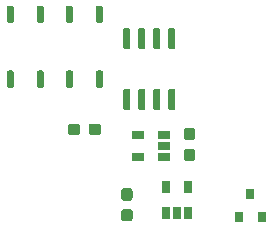
<source format=gbr>
G04 #@! TF.GenerationSoftware,KiCad,Pcbnew,(5.1.5-0)*
G04 #@! TF.CreationDate,2021-02-11T14:19:56-07:00*
G04 #@! TF.ProjectId,ideal-diode,69646561-6c2d-4646-996f-64652e6b6963,rev?*
G04 #@! TF.SameCoordinates,Original*
G04 #@! TF.FileFunction,Paste,Top*
G04 #@! TF.FilePolarity,Positive*
%FSLAX46Y46*%
G04 Gerber Fmt 4.6, Leading zero omitted, Abs format (unit mm)*
G04 Created by KiCad (PCBNEW (5.1.5-0)) date 2021-02-11 14:19:56*
%MOMM*%
%LPD*%
G04 APERTURE LIST*
%ADD10R,0.650000X1.060000*%
%ADD11R,0.800000X0.900000*%
%ADD12C,0.100000*%
%ADD13R,1.060000X0.650000*%
G04 APERTURE END LIST*
D10*
X133400000Y-96350000D03*
X135300000Y-96350000D03*
X135300000Y-98550000D03*
X134350000Y-98550000D03*
X133400000Y-98550000D03*
D11*
X140550000Y-96950000D03*
X141500000Y-98950000D03*
X139600000Y-98950000D03*
D12*
G36*
X130360779Y-96501144D02*
G01*
X130383834Y-96504563D01*
X130406443Y-96510227D01*
X130428387Y-96518079D01*
X130449457Y-96528044D01*
X130469448Y-96540026D01*
X130488168Y-96553910D01*
X130505438Y-96569562D01*
X130521090Y-96586832D01*
X130534974Y-96605552D01*
X130546956Y-96625543D01*
X130556921Y-96646613D01*
X130564773Y-96668557D01*
X130570437Y-96691166D01*
X130573856Y-96714221D01*
X130575000Y-96737500D01*
X130575000Y-97312500D01*
X130573856Y-97335779D01*
X130570437Y-97358834D01*
X130564773Y-97381443D01*
X130556921Y-97403387D01*
X130546956Y-97424457D01*
X130534974Y-97444448D01*
X130521090Y-97463168D01*
X130505438Y-97480438D01*
X130488168Y-97496090D01*
X130469448Y-97509974D01*
X130449457Y-97521956D01*
X130428387Y-97531921D01*
X130406443Y-97539773D01*
X130383834Y-97545437D01*
X130360779Y-97548856D01*
X130337500Y-97550000D01*
X129862500Y-97550000D01*
X129839221Y-97548856D01*
X129816166Y-97545437D01*
X129793557Y-97539773D01*
X129771613Y-97531921D01*
X129750543Y-97521956D01*
X129730552Y-97509974D01*
X129711832Y-97496090D01*
X129694562Y-97480438D01*
X129678910Y-97463168D01*
X129665026Y-97444448D01*
X129653044Y-97424457D01*
X129643079Y-97403387D01*
X129635227Y-97381443D01*
X129629563Y-97358834D01*
X129626144Y-97335779D01*
X129625000Y-97312500D01*
X129625000Y-96737500D01*
X129626144Y-96714221D01*
X129629563Y-96691166D01*
X129635227Y-96668557D01*
X129643079Y-96646613D01*
X129653044Y-96625543D01*
X129665026Y-96605552D01*
X129678910Y-96586832D01*
X129694562Y-96569562D01*
X129711832Y-96553910D01*
X129730552Y-96540026D01*
X129750543Y-96528044D01*
X129771613Y-96518079D01*
X129793557Y-96510227D01*
X129816166Y-96504563D01*
X129839221Y-96501144D01*
X129862500Y-96500000D01*
X130337500Y-96500000D01*
X130360779Y-96501144D01*
G37*
G36*
X130360779Y-98251144D02*
G01*
X130383834Y-98254563D01*
X130406443Y-98260227D01*
X130428387Y-98268079D01*
X130449457Y-98278044D01*
X130469448Y-98290026D01*
X130488168Y-98303910D01*
X130505438Y-98319562D01*
X130521090Y-98336832D01*
X130534974Y-98355552D01*
X130546956Y-98375543D01*
X130556921Y-98396613D01*
X130564773Y-98418557D01*
X130570437Y-98441166D01*
X130573856Y-98464221D01*
X130575000Y-98487500D01*
X130575000Y-99062500D01*
X130573856Y-99085779D01*
X130570437Y-99108834D01*
X130564773Y-99131443D01*
X130556921Y-99153387D01*
X130546956Y-99174457D01*
X130534974Y-99194448D01*
X130521090Y-99213168D01*
X130505438Y-99230438D01*
X130488168Y-99246090D01*
X130469448Y-99259974D01*
X130449457Y-99271956D01*
X130428387Y-99281921D01*
X130406443Y-99289773D01*
X130383834Y-99295437D01*
X130360779Y-99298856D01*
X130337500Y-99300000D01*
X129862500Y-99300000D01*
X129839221Y-99298856D01*
X129816166Y-99295437D01*
X129793557Y-99289773D01*
X129771613Y-99281921D01*
X129750543Y-99271956D01*
X129730552Y-99259974D01*
X129711832Y-99246090D01*
X129694562Y-99230438D01*
X129678910Y-99213168D01*
X129665026Y-99194448D01*
X129653044Y-99174457D01*
X129643079Y-99153387D01*
X129635227Y-99131443D01*
X129629563Y-99108834D01*
X129626144Y-99085779D01*
X129625000Y-99062500D01*
X129625000Y-98487500D01*
X129626144Y-98464221D01*
X129629563Y-98441166D01*
X129635227Y-98418557D01*
X129643079Y-98396613D01*
X129653044Y-98375543D01*
X129665026Y-98355552D01*
X129678910Y-98336832D01*
X129694562Y-98319562D01*
X129711832Y-98303910D01*
X129730552Y-98290026D01*
X129750543Y-98278044D01*
X129771613Y-98268079D01*
X129793557Y-98260227D01*
X129816166Y-98254563D01*
X129839221Y-98251144D01*
X129862500Y-98250000D01*
X130337500Y-98250000D01*
X130360779Y-98251144D01*
G37*
G36*
X127920977Y-86525662D02*
G01*
X127934325Y-86527642D01*
X127947414Y-86530921D01*
X127960119Y-86535467D01*
X127972317Y-86541236D01*
X127983891Y-86548173D01*
X127994729Y-86556211D01*
X128004727Y-86565273D01*
X128013789Y-86575271D01*
X128021827Y-86586109D01*
X128028764Y-86597683D01*
X128034533Y-86609881D01*
X128039079Y-86622586D01*
X128042358Y-86635675D01*
X128044338Y-86649023D01*
X128045000Y-86662500D01*
X128045000Y-87837500D01*
X128044338Y-87850977D01*
X128042358Y-87864325D01*
X128039079Y-87877414D01*
X128034533Y-87890119D01*
X128028764Y-87902317D01*
X128021827Y-87913891D01*
X128013789Y-87924729D01*
X128004727Y-87934727D01*
X127994729Y-87943789D01*
X127983891Y-87951827D01*
X127972317Y-87958764D01*
X127960119Y-87964533D01*
X127947414Y-87969079D01*
X127934325Y-87972358D01*
X127920977Y-87974338D01*
X127907500Y-87975000D01*
X127632500Y-87975000D01*
X127619023Y-87974338D01*
X127605675Y-87972358D01*
X127592586Y-87969079D01*
X127579881Y-87964533D01*
X127567683Y-87958764D01*
X127556109Y-87951827D01*
X127545271Y-87943789D01*
X127535273Y-87934727D01*
X127526211Y-87924729D01*
X127518173Y-87913891D01*
X127511236Y-87902317D01*
X127505467Y-87890119D01*
X127500921Y-87877414D01*
X127497642Y-87864325D01*
X127495662Y-87850977D01*
X127495000Y-87837500D01*
X127495000Y-86662500D01*
X127495662Y-86649023D01*
X127497642Y-86635675D01*
X127500921Y-86622586D01*
X127505467Y-86609881D01*
X127511236Y-86597683D01*
X127518173Y-86586109D01*
X127526211Y-86575271D01*
X127535273Y-86565273D01*
X127545271Y-86556211D01*
X127556109Y-86548173D01*
X127567683Y-86541236D01*
X127579881Y-86535467D01*
X127592586Y-86530921D01*
X127605675Y-86527642D01*
X127619023Y-86525662D01*
X127632500Y-86525000D01*
X127907500Y-86525000D01*
X127920977Y-86525662D01*
G37*
G36*
X125380977Y-86525662D02*
G01*
X125394325Y-86527642D01*
X125407414Y-86530921D01*
X125420119Y-86535467D01*
X125432317Y-86541236D01*
X125443891Y-86548173D01*
X125454729Y-86556211D01*
X125464727Y-86565273D01*
X125473789Y-86575271D01*
X125481827Y-86586109D01*
X125488764Y-86597683D01*
X125494533Y-86609881D01*
X125499079Y-86622586D01*
X125502358Y-86635675D01*
X125504338Y-86649023D01*
X125505000Y-86662500D01*
X125505000Y-87837500D01*
X125504338Y-87850977D01*
X125502358Y-87864325D01*
X125499079Y-87877414D01*
X125494533Y-87890119D01*
X125488764Y-87902317D01*
X125481827Y-87913891D01*
X125473789Y-87924729D01*
X125464727Y-87934727D01*
X125454729Y-87943789D01*
X125443891Y-87951827D01*
X125432317Y-87958764D01*
X125420119Y-87964533D01*
X125407414Y-87969079D01*
X125394325Y-87972358D01*
X125380977Y-87974338D01*
X125367500Y-87975000D01*
X125092500Y-87975000D01*
X125079023Y-87974338D01*
X125065675Y-87972358D01*
X125052586Y-87969079D01*
X125039881Y-87964533D01*
X125027683Y-87958764D01*
X125016109Y-87951827D01*
X125005271Y-87943789D01*
X124995273Y-87934727D01*
X124986211Y-87924729D01*
X124978173Y-87913891D01*
X124971236Y-87902317D01*
X124965467Y-87890119D01*
X124960921Y-87877414D01*
X124957642Y-87864325D01*
X124955662Y-87850977D01*
X124955000Y-87837500D01*
X124955000Y-86662500D01*
X124955662Y-86649023D01*
X124957642Y-86635675D01*
X124960921Y-86622586D01*
X124965467Y-86609881D01*
X124971236Y-86597683D01*
X124978173Y-86586109D01*
X124986211Y-86575271D01*
X124995273Y-86565273D01*
X125005271Y-86556211D01*
X125016109Y-86548173D01*
X125027683Y-86541236D01*
X125039881Y-86535467D01*
X125052586Y-86530921D01*
X125065675Y-86527642D01*
X125079023Y-86525662D01*
X125092500Y-86525000D01*
X125367500Y-86525000D01*
X125380977Y-86525662D01*
G37*
G36*
X125380977Y-81025662D02*
G01*
X125394325Y-81027642D01*
X125407414Y-81030921D01*
X125420119Y-81035467D01*
X125432317Y-81041236D01*
X125443891Y-81048173D01*
X125454729Y-81056211D01*
X125464727Y-81065273D01*
X125473789Y-81075271D01*
X125481827Y-81086109D01*
X125488764Y-81097683D01*
X125494533Y-81109881D01*
X125499079Y-81122586D01*
X125502358Y-81135675D01*
X125504338Y-81149023D01*
X125505000Y-81162500D01*
X125505000Y-82337500D01*
X125504338Y-82350977D01*
X125502358Y-82364325D01*
X125499079Y-82377414D01*
X125494533Y-82390119D01*
X125488764Y-82402317D01*
X125481827Y-82413891D01*
X125473789Y-82424729D01*
X125464727Y-82434727D01*
X125454729Y-82443789D01*
X125443891Y-82451827D01*
X125432317Y-82458764D01*
X125420119Y-82464533D01*
X125407414Y-82469079D01*
X125394325Y-82472358D01*
X125380977Y-82474338D01*
X125367500Y-82475000D01*
X125092500Y-82475000D01*
X125079023Y-82474338D01*
X125065675Y-82472358D01*
X125052586Y-82469079D01*
X125039881Y-82464533D01*
X125027683Y-82458764D01*
X125016109Y-82451827D01*
X125005271Y-82443789D01*
X124995273Y-82434727D01*
X124986211Y-82424729D01*
X124978173Y-82413891D01*
X124971236Y-82402317D01*
X124965467Y-82390119D01*
X124960921Y-82377414D01*
X124957642Y-82364325D01*
X124955662Y-82350977D01*
X124955000Y-82337500D01*
X124955000Y-81162500D01*
X124955662Y-81149023D01*
X124957642Y-81135675D01*
X124960921Y-81122586D01*
X124965467Y-81109881D01*
X124971236Y-81097683D01*
X124978173Y-81086109D01*
X124986211Y-81075271D01*
X124995273Y-81065273D01*
X125005271Y-81056211D01*
X125016109Y-81048173D01*
X125027683Y-81041236D01*
X125039881Y-81035467D01*
X125052586Y-81030921D01*
X125065675Y-81027642D01*
X125079023Y-81025662D01*
X125092500Y-81025000D01*
X125367500Y-81025000D01*
X125380977Y-81025662D01*
G37*
G36*
X127920977Y-81025662D02*
G01*
X127934325Y-81027642D01*
X127947414Y-81030921D01*
X127960119Y-81035467D01*
X127972317Y-81041236D01*
X127983891Y-81048173D01*
X127994729Y-81056211D01*
X128004727Y-81065273D01*
X128013789Y-81075271D01*
X128021827Y-81086109D01*
X128028764Y-81097683D01*
X128034533Y-81109881D01*
X128039079Y-81122586D01*
X128042358Y-81135675D01*
X128044338Y-81149023D01*
X128045000Y-81162500D01*
X128045000Y-82337500D01*
X128044338Y-82350977D01*
X128042358Y-82364325D01*
X128039079Y-82377414D01*
X128034533Y-82390119D01*
X128028764Y-82402317D01*
X128021827Y-82413891D01*
X128013789Y-82424729D01*
X128004727Y-82434727D01*
X127994729Y-82443789D01*
X127983891Y-82451827D01*
X127972317Y-82458764D01*
X127960119Y-82464533D01*
X127947414Y-82469079D01*
X127934325Y-82472358D01*
X127920977Y-82474338D01*
X127907500Y-82475000D01*
X127632500Y-82475000D01*
X127619023Y-82474338D01*
X127605675Y-82472358D01*
X127592586Y-82469079D01*
X127579881Y-82464533D01*
X127567683Y-82458764D01*
X127556109Y-82451827D01*
X127545271Y-82443789D01*
X127535273Y-82434727D01*
X127526211Y-82424729D01*
X127518173Y-82413891D01*
X127511236Y-82402317D01*
X127505467Y-82390119D01*
X127500921Y-82377414D01*
X127497642Y-82364325D01*
X127495662Y-82350977D01*
X127495000Y-82337500D01*
X127495000Y-81162500D01*
X127495662Y-81149023D01*
X127497642Y-81135675D01*
X127500921Y-81122586D01*
X127505467Y-81109881D01*
X127511236Y-81097683D01*
X127518173Y-81086109D01*
X127526211Y-81075271D01*
X127535273Y-81065273D01*
X127545271Y-81056211D01*
X127556109Y-81048173D01*
X127567683Y-81041236D01*
X127579881Y-81035467D01*
X127592586Y-81030921D01*
X127605675Y-81027642D01*
X127619023Y-81025662D01*
X127632500Y-81025000D01*
X127907500Y-81025000D01*
X127920977Y-81025662D01*
G37*
G36*
X122920977Y-86525662D02*
G01*
X122934325Y-86527642D01*
X122947414Y-86530921D01*
X122960119Y-86535467D01*
X122972317Y-86541236D01*
X122983891Y-86548173D01*
X122994729Y-86556211D01*
X123004727Y-86565273D01*
X123013789Y-86575271D01*
X123021827Y-86586109D01*
X123028764Y-86597683D01*
X123034533Y-86609881D01*
X123039079Y-86622586D01*
X123042358Y-86635675D01*
X123044338Y-86649023D01*
X123045000Y-86662500D01*
X123045000Y-87837500D01*
X123044338Y-87850977D01*
X123042358Y-87864325D01*
X123039079Y-87877414D01*
X123034533Y-87890119D01*
X123028764Y-87902317D01*
X123021827Y-87913891D01*
X123013789Y-87924729D01*
X123004727Y-87934727D01*
X122994729Y-87943789D01*
X122983891Y-87951827D01*
X122972317Y-87958764D01*
X122960119Y-87964533D01*
X122947414Y-87969079D01*
X122934325Y-87972358D01*
X122920977Y-87974338D01*
X122907500Y-87975000D01*
X122632500Y-87975000D01*
X122619023Y-87974338D01*
X122605675Y-87972358D01*
X122592586Y-87969079D01*
X122579881Y-87964533D01*
X122567683Y-87958764D01*
X122556109Y-87951827D01*
X122545271Y-87943789D01*
X122535273Y-87934727D01*
X122526211Y-87924729D01*
X122518173Y-87913891D01*
X122511236Y-87902317D01*
X122505467Y-87890119D01*
X122500921Y-87877414D01*
X122497642Y-87864325D01*
X122495662Y-87850977D01*
X122495000Y-87837500D01*
X122495000Y-86662500D01*
X122495662Y-86649023D01*
X122497642Y-86635675D01*
X122500921Y-86622586D01*
X122505467Y-86609881D01*
X122511236Y-86597683D01*
X122518173Y-86586109D01*
X122526211Y-86575271D01*
X122535273Y-86565273D01*
X122545271Y-86556211D01*
X122556109Y-86548173D01*
X122567683Y-86541236D01*
X122579881Y-86535467D01*
X122592586Y-86530921D01*
X122605675Y-86527642D01*
X122619023Y-86525662D01*
X122632500Y-86525000D01*
X122907500Y-86525000D01*
X122920977Y-86525662D01*
G37*
G36*
X120380977Y-86525662D02*
G01*
X120394325Y-86527642D01*
X120407414Y-86530921D01*
X120420119Y-86535467D01*
X120432317Y-86541236D01*
X120443891Y-86548173D01*
X120454729Y-86556211D01*
X120464727Y-86565273D01*
X120473789Y-86575271D01*
X120481827Y-86586109D01*
X120488764Y-86597683D01*
X120494533Y-86609881D01*
X120499079Y-86622586D01*
X120502358Y-86635675D01*
X120504338Y-86649023D01*
X120505000Y-86662500D01*
X120505000Y-87837500D01*
X120504338Y-87850977D01*
X120502358Y-87864325D01*
X120499079Y-87877414D01*
X120494533Y-87890119D01*
X120488764Y-87902317D01*
X120481827Y-87913891D01*
X120473789Y-87924729D01*
X120464727Y-87934727D01*
X120454729Y-87943789D01*
X120443891Y-87951827D01*
X120432317Y-87958764D01*
X120420119Y-87964533D01*
X120407414Y-87969079D01*
X120394325Y-87972358D01*
X120380977Y-87974338D01*
X120367500Y-87975000D01*
X120092500Y-87975000D01*
X120079023Y-87974338D01*
X120065675Y-87972358D01*
X120052586Y-87969079D01*
X120039881Y-87964533D01*
X120027683Y-87958764D01*
X120016109Y-87951827D01*
X120005271Y-87943789D01*
X119995273Y-87934727D01*
X119986211Y-87924729D01*
X119978173Y-87913891D01*
X119971236Y-87902317D01*
X119965467Y-87890119D01*
X119960921Y-87877414D01*
X119957642Y-87864325D01*
X119955662Y-87850977D01*
X119955000Y-87837500D01*
X119955000Y-86662500D01*
X119955662Y-86649023D01*
X119957642Y-86635675D01*
X119960921Y-86622586D01*
X119965467Y-86609881D01*
X119971236Y-86597683D01*
X119978173Y-86586109D01*
X119986211Y-86575271D01*
X119995273Y-86565273D01*
X120005271Y-86556211D01*
X120016109Y-86548173D01*
X120027683Y-86541236D01*
X120039881Y-86535467D01*
X120052586Y-86530921D01*
X120065675Y-86527642D01*
X120079023Y-86525662D01*
X120092500Y-86525000D01*
X120367500Y-86525000D01*
X120380977Y-86525662D01*
G37*
G36*
X120380977Y-81025662D02*
G01*
X120394325Y-81027642D01*
X120407414Y-81030921D01*
X120420119Y-81035467D01*
X120432317Y-81041236D01*
X120443891Y-81048173D01*
X120454729Y-81056211D01*
X120464727Y-81065273D01*
X120473789Y-81075271D01*
X120481827Y-81086109D01*
X120488764Y-81097683D01*
X120494533Y-81109881D01*
X120499079Y-81122586D01*
X120502358Y-81135675D01*
X120504338Y-81149023D01*
X120505000Y-81162500D01*
X120505000Y-82337500D01*
X120504338Y-82350977D01*
X120502358Y-82364325D01*
X120499079Y-82377414D01*
X120494533Y-82390119D01*
X120488764Y-82402317D01*
X120481827Y-82413891D01*
X120473789Y-82424729D01*
X120464727Y-82434727D01*
X120454729Y-82443789D01*
X120443891Y-82451827D01*
X120432317Y-82458764D01*
X120420119Y-82464533D01*
X120407414Y-82469079D01*
X120394325Y-82472358D01*
X120380977Y-82474338D01*
X120367500Y-82475000D01*
X120092500Y-82475000D01*
X120079023Y-82474338D01*
X120065675Y-82472358D01*
X120052586Y-82469079D01*
X120039881Y-82464533D01*
X120027683Y-82458764D01*
X120016109Y-82451827D01*
X120005271Y-82443789D01*
X119995273Y-82434727D01*
X119986211Y-82424729D01*
X119978173Y-82413891D01*
X119971236Y-82402317D01*
X119965467Y-82390119D01*
X119960921Y-82377414D01*
X119957642Y-82364325D01*
X119955662Y-82350977D01*
X119955000Y-82337500D01*
X119955000Y-81162500D01*
X119955662Y-81149023D01*
X119957642Y-81135675D01*
X119960921Y-81122586D01*
X119965467Y-81109881D01*
X119971236Y-81097683D01*
X119978173Y-81086109D01*
X119986211Y-81075271D01*
X119995273Y-81065273D01*
X120005271Y-81056211D01*
X120016109Y-81048173D01*
X120027683Y-81041236D01*
X120039881Y-81035467D01*
X120052586Y-81030921D01*
X120065675Y-81027642D01*
X120079023Y-81025662D01*
X120092500Y-81025000D01*
X120367500Y-81025000D01*
X120380977Y-81025662D01*
G37*
G36*
X122920977Y-81025662D02*
G01*
X122934325Y-81027642D01*
X122947414Y-81030921D01*
X122960119Y-81035467D01*
X122972317Y-81041236D01*
X122983891Y-81048173D01*
X122994729Y-81056211D01*
X123004727Y-81065273D01*
X123013789Y-81075271D01*
X123021827Y-81086109D01*
X123028764Y-81097683D01*
X123034533Y-81109881D01*
X123039079Y-81122586D01*
X123042358Y-81135675D01*
X123044338Y-81149023D01*
X123045000Y-81162500D01*
X123045000Y-82337500D01*
X123044338Y-82350977D01*
X123042358Y-82364325D01*
X123039079Y-82377414D01*
X123034533Y-82390119D01*
X123028764Y-82402317D01*
X123021827Y-82413891D01*
X123013789Y-82424729D01*
X123004727Y-82434727D01*
X122994729Y-82443789D01*
X122983891Y-82451827D01*
X122972317Y-82458764D01*
X122960119Y-82464533D01*
X122947414Y-82469079D01*
X122934325Y-82472358D01*
X122920977Y-82474338D01*
X122907500Y-82475000D01*
X122632500Y-82475000D01*
X122619023Y-82474338D01*
X122605675Y-82472358D01*
X122592586Y-82469079D01*
X122579881Y-82464533D01*
X122567683Y-82458764D01*
X122556109Y-82451827D01*
X122545271Y-82443789D01*
X122535273Y-82434727D01*
X122526211Y-82424729D01*
X122518173Y-82413891D01*
X122511236Y-82402317D01*
X122505467Y-82390119D01*
X122500921Y-82377414D01*
X122497642Y-82364325D01*
X122495662Y-82350977D01*
X122495000Y-82337500D01*
X122495000Y-81162500D01*
X122495662Y-81149023D01*
X122497642Y-81135675D01*
X122500921Y-81122586D01*
X122505467Y-81109881D01*
X122511236Y-81097683D01*
X122518173Y-81086109D01*
X122526211Y-81075271D01*
X122535273Y-81065273D01*
X122545271Y-81056211D01*
X122556109Y-81048173D01*
X122567683Y-81041236D01*
X122579881Y-81035467D01*
X122592586Y-81030921D01*
X122605675Y-81027642D01*
X122619023Y-81025662D01*
X122632500Y-81025000D01*
X122907500Y-81025000D01*
X122920977Y-81025662D01*
G37*
G36*
X125935779Y-91026144D02*
G01*
X125958834Y-91029563D01*
X125981443Y-91035227D01*
X126003387Y-91043079D01*
X126024457Y-91053044D01*
X126044448Y-91065026D01*
X126063168Y-91078910D01*
X126080438Y-91094562D01*
X126096090Y-91111832D01*
X126109974Y-91130552D01*
X126121956Y-91150543D01*
X126131921Y-91171613D01*
X126139773Y-91193557D01*
X126145437Y-91216166D01*
X126148856Y-91239221D01*
X126150000Y-91262500D01*
X126150000Y-91737500D01*
X126148856Y-91760779D01*
X126145437Y-91783834D01*
X126139773Y-91806443D01*
X126131921Y-91828387D01*
X126121956Y-91849457D01*
X126109974Y-91869448D01*
X126096090Y-91888168D01*
X126080438Y-91905438D01*
X126063168Y-91921090D01*
X126044448Y-91934974D01*
X126024457Y-91946956D01*
X126003387Y-91956921D01*
X125981443Y-91964773D01*
X125958834Y-91970437D01*
X125935779Y-91973856D01*
X125912500Y-91975000D01*
X125337500Y-91975000D01*
X125314221Y-91973856D01*
X125291166Y-91970437D01*
X125268557Y-91964773D01*
X125246613Y-91956921D01*
X125225543Y-91946956D01*
X125205552Y-91934974D01*
X125186832Y-91921090D01*
X125169562Y-91905438D01*
X125153910Y-91888168D01*
X125140026Y-91869448D01*
X125128044Y-91849457D01*
X125118079Y-91828387D01*
X125110227Y-91806443D01*
X125104563Y-91783834D01*
X125101144Y-91760779D01*
X125100000Y-91737500D01*
X125100000Y-91262500D01*
X125101144Y-91239221D01*
X125104563Y-91216166D01*
X125110227Y-91193557D01*
X125118079Y-91171613D01*
X125128044Y-91150543D01*
X125140026Y-91130552D01*
X125153910Y-91111832D01*
X125169562Y-91094562D01*
X125186832Y-91078910D01*
X125205552Y-91065026D01*
X125225543Y-91053044D01*
X125246613Y-91043079D01*
X125268557Y-91035227D01*
X125291166Y-91029563D01*
X125314221Y-91026144D01*
X125337500Y-91025000D01*
X125912500Y-91025000D01*
X125935779Y-91026144D01*
G37*
G36*
X127685779Y-91026144D02*
G01*
X127708834Y-91029563D01*
X127731443Y-91035227D01*
X127753387Y-91043079D01*
X127774457Y-91053044D01*
X127794448Y-91065026D01*
X127813168Y-91078910D01*
X127830438Y-91094562D01*
X127846090Y-91111832D01*
X127859974Y-91130552D01*
X127871956Y-91150543D01*
X127881921Y-91171613D01*
X127889773Y-91193557D01*
X127895437Y-91216166D01*
X127898856Y-91239221D01*
X127900000Y-91262500D01*
X127900000Y-91737500D01*
X127898856Y-91760779D01*
X127895437Y-91783834D01*
X127889773Y-91806443D01*
X127881921Y-91828387D01*
X127871956Y-91849457D01*
X127859974Y-91869448D01*
X127846090Y-91888168D01*
X127830438Y-91905438D01*
X127813168Y-91921090D01*
X127794448Y-91934974D01*
X127774457Y-91946956D01*
X127753387Y-91956921D01*
X127731443Y-91964773D01*
X127708834Y-91970437D01*
X127685779Y-91973856D01*
X127662500Y-91975000D01*
X127087500Y-91975000D01*
X127064221Y-91973856D01*
X127041166Y-91970437D01*
X127018557Y-91964773D01*
X126996613Y-91956921D01*
X126975543Y-91946956D01*
X126955552Y-91934974D01*
X126936832Y-91921090D01*
X126919562Y-91905438D01*
X126903910Y-91888168D01*
X126890026Y-91869448D01*
X126878044Y-91849457D01*
X126868079Y-91828387D01*
X126860227Y-91806443D01*
X126854563Y-91783834D01*
X126851144Y-91760779D01*
X126850000Y-91737500D01*
X126850000Y-91262500D01*
X126851144Y-91239221D01*
X126854563Y-91216166D01*
X126860227Y-91193557D01*
X126868079Y-91171613D01*
X126878044Y-91150543D01*
X126890026Y-91130552D01*
X126903910Y-91111832D01*
X126919562Y-91094562D01*
X126936832Y-91078910D01*
X126955552Y-91065026D01*
X126975543Y-91053044D01*
X126996613Y-91043079D01*
X127018557Y-91035227D01*
X127041166Y-91029563D01*
X127064221Y-91026144D01*
X127087500Y-91025000D01*
X127662500Y-91025000D01*
X127685779Y-91026144D01*
G37*
G36*
X135660779Y-91401144D02*
G01*
X135683834Y-91404563D01*
X135706443Y-91410227D01*
X135728387Y-91418079D01*
X135749457Y-91428044D01*
X135769448Y-91440026D01*
X135788168Y-91453910D01*
X135805438Y-91469562D01*
X135821090Y-91486832D01*
X135834974Y-91505552D01*
X135846956Y-91525543D01*
X135856921Y-91546613D01*
X135864773Y-91568557D01*
X135870437Y-91591166D01*
X135873856Y-91614221D01*
X135875000Y-91637500D01*
X135875000Y-92212500D01*
X135873856Y-92235779D01*
X135870437Y-92258834D01*
X135864773Y-92281443D01*
X135856921Y-92303387D01*
X135846956Y-92324457D01*
X135834974Y-92344448D01*
X135821090Y-92363168D01*
X135805438Y-92380438D01*
X135788168Y-92396090D01*
X135769448Y-92409974D01*
X135749457Y-92421956D01*
X135728387Y-92431921D01*
X135706443Y-92439773D01*
X135683834Y-92445437D01*
X135660779Y-92448856D01*
X135637500Y-92450000D01*
X135162500Y-92450000D01*
X135139221Y-92448856D01*
X135116166Y-92445437D01*
X135093557Y-92439773D01*
X135071613Y-92431921D01*
X135050543Y-92421956D01*
X135030552Y-92409974D01*
X135011832Y-92396090D01*
X134994562Y-92380438D01*
X134978910Y-92363168D01*
X134965026Y-92344448D01*
X134953044Y-92324457D01*
X134943079Y-92303387D01*
X134935227Y-92281443D01*
X134929563Y-92258834D01*
X134926144Y-92235779D01*
X134925000Y-92212500D01*
X134925000Y-91637500D01*
X134926144Y-91614221D01*
X134929563Y-91591166D01*
X134935227Y-91568557D01*
X134943079Y-91546613D01*
X134953044Y-91525543D01*
X134965026Y-91505552D01*
X134978910Y-91486832D01*
X134994562Y-91469562D01*
X135011832Y-91453910D01*
X135030552Y-91440026D01*
X135050543Y-91428044D01*
X135071613Y-91418079D01*
X135093557Y-91410227D01*
X135116166Y-91404563D01*
X135139221Y-91401144D01*
X135162500Y-91400000D01*
X135637500Y-91400000D01*
X135660779Y-91401144D01*
G37*
G36*
X135660779Y-93151144D02*
G01*
X135683834Y-93154563D01*
X135706443Y-93160227D01*
X135728387Y-93168079D01*
X135749457Y-93178044D01*
X135769448Y-93190026D01*
X135788168Y-93203910D01*
X135805438Y-93219562D01*
X135821090Y-93236832D01*
X135834974Y-93255552D01*
X135846956Y-93275543D01*
X135856921Y-93296613D01*
X135864773Y-93318557D01*
X135870437Y-93341166D01*
X135873856Y-93364221D01*
X135875000Y-93387500D01*
X135875000Y-93962500D01*
X135873856Y-93985779D01*
X135870437Y-94008834D01*
X135864773Y-94031443D01*
X135856921Y-94053387D01*
X135846956Y-94074457D01*
X135834974Y-94094448D01*
X135821090Y-94113168D01*
X135805438Y-94130438D01*
X135788168Y-94146090D01*
X135769448Y-94159974D01*
X135749457Y-94171956D01*
X135728387Y-94181921D01*
X135706443Y-94189773D01*
X135683834Y-94195437D01*
X135660779Y-94198856D01*
X135637500Y-94200000D01*
X135162500Y-94200000D01*
X135139221Y-94198856D01*
X135116166Y-94195437D01*
X135093557Y-94189773D01*
X135071613Y-94181921D01*
X135050543Y-94171956D01*
X135030552Y-94159974D01*
X135011832Y-94146090D01*
X134994562Y-94130438D01*
X134978910Y-94113168D01*
X134965026Y-94094448D01*
X134953044Y-94074457D01*
X134943079Y-94053387D01*
X134935227Y-94031443D01*
X134929563Y-94008834D01*
X134926144Y-93985779D01*
X134925000Y-93962500D01*
X134925000Y-93387500D01*
X134926144Y-93364221D01*
X134929563Y-93341166D01*
X134935227Y-93318557D01*
X134943079Y-93296613D01*
X134953044Y-93275543D01*
X134965026Y-93255552D01*
X134978910Y-93236832D01*
X134994562Y-93219562D01*
X135011832Y-93203910D01*
X135030552Y-93190026D01*
X135050543Y-93178044D01*
X135071613Y-93168079D01*
X135093557Y-93160227D01*
X135116166Y-93154563D01*
X135139221Y-93151144D01*
X135162500Y-93150000D01*
X135637500Y-93150000D01*
X135660779Y-93151144D01*
G37*
D13*
X131000000Y-93850000D03*
X131000000Y-91950000D03*
X133200000Y-91950000D03*
X133200000Y-92900000D03*
X133200000Y-93850000D03*
D12*
G36*
X130259703Y-82950722D02*
G01*
X130274264Y-82952882D01*
X130288543Y-82956459D01*
X130302403Y-82961418D01*
X130315710Y-82967712D01*
X130328336Y-82975280D01*
X130340159Y-82984048D01*
X130351066Y-82993934D01*
X130360952Y-83004841D01*
X130369720Y-83016664D01*
X130377288Y-83029290D01*
X130383582Y-83042597D01*
X130388541Y-83056457D01*
X130392118Y-83070736D01*
X130394278Y-83085297D01*
X130395000Y-83100000D01*
X130395000Y-84550000D01*
X130394278Y-84564703D01*
X130392118Y-84579264D01*
X130388541Y-84593543D01*
X130383582Y-84607403D01*
X130377288Y-84620710D01*
X130369720Y-84633336D01*
X130360952Y-84645159D01*
X130351066Y-84656066D01*
X130340159Y-84665952D01*
X130328336Y-84674720D01*
X130315710Y-84682288D01*
X130302403Y-84688582D01*
X130288543Y-84693541D01*
X130274264Y-84697118D01*
X130259703Y-84699278D01*
X130245000Y-84700000D01*
X129945000Y-84700000D01*
X129930297Y-84699278D01*
X129915736Y-84697118D01*
X129901457Y-84693541D01*
X129887597Y-84688582D01*
X129874290Y-84682288D01*
X129861664Y-84674720D01*
X129849841Y-84665952D01*
X129838934Y-84656066D01*
X129829048Y-84645159D01*
X129820280Y-84633336D01*
X129812712Y-84620710D01*
X129806418Y-84607403D01*
X129801459Y-84593543D01*
X129797882Y-84579264D01*
X129795722Y-84564703D01*
X129795000Y-84550000D01*
X129795000Y-83100000D01*
X129795722Y-83085297D01*
X129797882Y-83070736D01*
X129801459Y-83056457D01*
X129806418Y-83042597D01*
X129812712Y-83029290D01*
X129820280Y-83016664D01*
X129829048Y-83004841D01*
X129838934Y-82993934D01*
X129849841Y-82984048D01*
X129861664Y-82975280D01*
X129874290Y-82967712D01*
X129887597Y-82961418D01*
X129901457Y-82956459D01*
X129915736Y-82952882D01*
X129930297Y-82950722D01*
X129945000Y-82950000D01*
X130245000Y-82950000D01*
X130259703Y-82950722D01*
G37*
G36*
X131529703Y-82950722D02*
G01*
X131544264Y-82952882D01*
X131558543Y-82956459D01*
X131572403Y-82961418D01*
X131585710Y-82967712D01*
X131598336Y-82975280D01*
X131610159Y-82984048D01*
X131621066Y-82993934D01*
X131630952Y-83004841D01*
X131639720Y-83016664D01*
X131647288Y-83029290D01*
X131653582Y-83042597D01*
X131658541Y-83056457D01*
X131662118Y-83070736D01*
X131664278Y-83085297D01*
X131665000Y-83100000D01*
X131665000Y-84550000D01*
X131664278Y-84564703D01*
X131662118Y-84579264D01*
X131658541Y-84593543D01*
X131653582Y-84607403D01*
X131647288Y-84620710D01*
X131639720Y-84633336D01*
X131630952Y-84645159D01*
X131621066Y-84656066D01*
X131610159Y-84665952D01*
X131598336Y-84674720D01*
X131585710Y-84682288D01*
X131572403Y-84688582D01*
X131558543Y-84693541D01*
X131544264Y-84697118D01*
X131529703Y-84699278D01*
X131515000Y-84700000D01*
X131215000Y-84700000D01*
X131200297Y-84699278D01*
X131185736Y-84697118D01*
X131171457Y-84693541D01*
X131157597Y-84688582D01*
X131144290Y-84682288D01*
X131131664Y-84674720D01*
X131119841Y-84665952D01*
X131108934Y-84656066D01*
X131099048Y-84645159D01*
X131090280Y-84633336D01*
X131082712Y-84620710D01*
X131076418Y-84607403D01*
X131071459Y-84593543D01*
X131067882Y-84579264D01*
X131065722Y-84564703D01*
X131065000Y-84550000D01*
X131065000Y-83100000D01*
X131065722Y-83085297D01*
X131067882Y-83070736D01*
X131071459Y-83056457D01*
X131076418Y-83042597D01*
X131082712Y-83029290D01*
X131090280Y-83016664D01*
X131099048Y-83004841D01*
X131108934Y-82993934D01*
X131119841Y-82984048D01*
X131131664Y-82975280D01*
X131144290Y-82967712D01*
X131157597Y-82961418D01*
X131171457Y-82956459D01*
X131185736Y-82952882D01*
X131200297Y-82950722D01*
X131215000Y-82950000D01*
X131515000Y-82950000D01*
X131529703Y-82950722D01*
G37*
G36*
X132799703Y-82950722D02*
G01*
X132814264Y-82952882D01*
X132828543Y-82956459D01*
X132842403Y-82961418D01*
X132855710Y-82967712D01*
X132868336Y-82975280D01*
X132880159Y-82984048D01*
X132891066Y-82993934D01*
X132900952Y-83004841D01*
X132909720Y-83016664D01*
X132917288Y-83029290D01*
X132923582Y-83042597D01*
X132928541Y-83056457D01*
X132932118Y-83070736D01*
X132934278Y-83085297D01*
X132935000Y-83100000D01*
X132935000Y-84550000D01*
X132934278Y-84564703D01*
X132932118Y-84579264D01*
X132928541Y-84593543D01*
X132923582Y-84607403D01*
X132917288Y-84620710D01*
X132909720Y-84633336D01*
X132900952Y-84645159D01*
X132891066Y-84656066D01*
X132880159Y-84665952D01*
X132868336Y-84674720D01*
X132855710Y-84682288D01*
X132842403Y-84688582D01*
X132828543Y-84693541D01*
X132814264Y-84697118D01*
X132799703Y-84699278D01*
X132785000Y-84700000D01*
X132485000Y-84700000D01*
X132470297Y-84699278D01*
X132455736Y-84697118D01*
X132441457Y-84693541D01*
X132427597Y-84688582D01*
X132414290Y-84682288D01*
X132401664Y-84674720D01*
X132389841Y-84665952D01*
X132378934Y-84656066D01*
X132369048Y-84645159D01*
X132360280Y-84633336D01*
X132352712Y-84620710D01*
X132346418Y-84607403D01*
X132341459Y-84593543D01*
X132337882Y-84579264D01*
X132335722Y-84564703D01*
X132335000Y-84550000D01*
X132335000Y-83100000D01*
X132335722Y-83085297D01*
X132337882Y-83070736D01*
X132341459Y-83056457D01*
X132346418Y-83042597D01*
X132352712Y-83029290D01*
X132360280Y-83016664D01*
X132369048Y-83004841D01*
X132378934Y-82993934D01*
X132389841Y-82984048D01*
X132401664Y-82975280D01*
X132414290Y-82967712D01*
X132427597Y-82961418D01*
X132441457Y-82956459D01*
X132455736Y-82952882D01*
X132470297Y-82950722D01*
X132485000Y-82950000D01*
X132785000Y-82950000D01*
X132799703Y-82950722D01*
G37*
G36*
X134069703Y-82950722D02*
G01*
X134084264Y-82952882D01*
X134098543Y-82956459D01*
X134112403Y-82961418D01*
X134125710Y-82967712D01*
X134138336Y-82975280D01*
X134150159Y-82984048D01*
X134161066Y-82993934D01*
X134170952Y-83004841D01*
X134179720Y-83016664D01*
X134187288Y-83029290D01*
X134193582Y-83042597D01*
X134198541Y-83056457D01*
X134202118Y-83070736D01*
X134204278Y-83085297D01*
X134205000Y-83100000D01*
X134205000Y-84550000D01*
X134204278Y-84564703D01*
X134202118Y-84579264D01*
X134198541Y-84593543D01*
X134193582Y-84607403D01*
X134187288Y-84620710D01*
X134179720Y-84633336D01*
X134170952Y-84645159D01*
X134161066Y-84656066D01*
X134150159Y-84665952D01*
X134138336Y-84674720D01*
X134125710Y-84682288D01*
X134112403Y-84688582D01*
X134098543Y-84693541D01*
X134084264Y-84697118D01*
X134069703Y-84699278D01*
X134055000Y-84700000D01*
X133755000Y-84700000D01*
X133740297Y-84699278D01*
X133725736Y-84697118D01*
X133711457Y-84693541D01*
X133697597Y-84688582D01*
X133684290Y-84682288D01*
X133671664Y-84674720D01*
X133659841Y-84665952D01*
X133648934Y-84656066D01*
X133639048Y-84645159D01*
X133630280Y-84633336D01*
X133622712Y-84620710D01*
X133616418Y-84607403D01*
X133611459Y-84593543D01*
X133607882Y-84579264D01*
X133605722Y-84564703D01*
X133605000Y-84550000D01*
X133605000Y-83100000D01*
X133605722Y-83085297D01*
X133607882Y-83070736D01*
X133611459Y-83056457D01*
X133616418Y-83042597D01*
X133622712Y-83029290D01*
X133630280Y-83016664D01*
X133639048Y-83004841D01*
X133648934Y-82993934D01*
X133659841Y-82984048D01*
X133671664Y-82975280D01*
X133684290Y-82967712D01*
X133697597Y-82961418D01*
X133711457Y-82956459D01*
X133725736Y-82952882D01*
X133740297Y-82950722D01*
X133755000Y-82950000D01*
X134055000Y-82950000D01*
X134069703Y-82950722D01*
G37*
G36*
X134069703Y-88100722D02*
G01*
X134084264Y-88102882D01*
X134098543Y-88106459D01*
X134112403Y-88111418D01*
X134125710Y-88117712D01*
X134138336Y-88125280D01*
X134150159Y-88134048D01*
X134161066Y-88143934D01*
X134170952Y-88154841D01*
X134179720Y-88166664D01*
X134187288Y-88179290D01*
X134193582Y-88192597D01*
X134198541Y-88206457D01*
X134202118Y-88220736D01*
X134204278Y-88235297D01*
X134205000Y-88250000D01*
X134205000Y-89700000D01*
X134204278Y-89714703D01*
X134202118Y-89729264D01*
X134198541Y-89743543D01*
X134193582Y-89757403D01*
X134187288Y-89770710D01*
X134179720Y-89783336D01*
X134170952Y-89795159D01*
X134161066Y-89806066D01*
X134150159Y-89815952D01*
X134138336Y-89824720D01*
X134125710Y-89832288D01*
X134112403Y-89838582D01*
X134098543Y-89843541D01*
X134084264Y-89847118D01*
X134069703Y-89849278D01*
X134055000Y-89850000D01*
X133755000Y-89850000D01*
X133740297Y-89849278D01*
X133725736Y-89847118D01*
X133711457Y-89843541D01*
X133697597Y-89838582D01*
X133684290Y-89832288D01*
X133671664Y-89824720D01*
X133659841Y-89815952D01*
X133648934Y-89806066D01*
X133639048Y-89795159D01*
X133630280Y-89783336D01*
X133622712Y-89770710D01*
X133616418Y-89757403D01*
X133611459Y-89743543D01*
X133607882Y-89729264D01*
X133605722Y-89714703D01*
X133605000Y-89700000D01*
X133605000Y-88250000D01*
X133605722Y-88235297D01*
X133607882Y-88220736D01*
X133611459Y-88206457D01*
X133616418Y-88192597D01*
X133622712Y-88179290D01*
X133630280Y-88166664D01*
X133639048Y-88154841D01*
X133648934Y-88143934D01*
X133659841Y-88134048D01*
X133671664Y-88125280D01*
X133684290Y-88117712D01*
X133697597Y-88111418D01*
X133711457Y-88106459D01*
X133725736Y-88102882D01*
X133740297Y-88100722D01*
X133755000Y-88100000D01*
X134055000Y-88100000D01*
X134069703Y-88100722D01*
G37*
G36*
X132799703Y-88100722D02*
G01*
X132814264Y-88102882D01*
X132828543Y-88106459D01*
X132842403Y-88111418D01*
X132855710Y-88117712D01*
X132868336Y-88125280D01*
X132880159Y-88134048D01*
X132891066Y-88143934D01*
X132900952Y-88154841D01*
X132909720Y-88166664D01*
X132917288Y-88179290D01*
X132923582Y-88192597D01*
X132928541Y-88206457D01*
X132932118Y-88220736D01*
X132934278Y-88235297D01*
X132935000Y-88250000D01*
X132935000Y-89700000D01*
X132934278Y-89714703D01*
X132932118Y-89729264D01*
X132928541Y-89743543D01*
X132923582Y-89757403D01*
X132917288Y-89770710D01*
X132909720Y-89783336D01*
X132900952Y-89795159D01*
X132891066Y-89806066D01*
X132880159Y-89815952D01*
X132868336Y-89824720D01*
X132855710Y-89832288D01*
X132842403Y-89838582D01*
X132828543Y-89843541D01*
X132814264Y-89847118D01*
X132799703Y-89849278D01*
X132785000Y-89850000D01*
X132485000Y-89850000D01*
X132470297Y-89849278D01*
X132455736Y-89847118D01*
X132441457Y-89843541D01*
X132427597Y-89838582D01*
X132414290Y-89832288D01*
X132401664Y-89824720D01*
X132389841Y-89815952D01*
X132378934Y-89806066D01*
X132369048Y-89795159D01*
X132360280Y-89783336D01*
X132352712Y-89770710D01*
X132346418Y-89757403D01*
X132341459Y-89743543D01*
X132337882Y-89729264D01*
X132335722Y-89714703D01*
X132335000Y-89700000D01*
X132335000Y-88250000D01*
X132335722Y-88235297D01*
X132337882Y-88220736D01*
X132341459Y-88206457D01*
X132346418Y-88192597D01*
X132352712Y-88179290D01*
X132360280Y-88166664D01*
X132369048Y-88154841D01*
X132378934Y-88143934D01*
X132389841Y-88134048D01*
X132401664Y-88125280D01*
X132414290Y-88117712D01*
X132427597Y-88111418D01*
X132441457Y-88106459D01*
X132455736Y-88102882D01*
X132470297Y-88100722D01*
X132485000Y-88100000D01*
X132785000Y-88100000D01*
X132799703Y-88100722D01*
G37*
G36*
X131529703Y-88100722D02*
G01*
X131544264Y-88102882D01*
X131558543Y-88106459D01*
X131572403Y-88111418D01*
X131585710Y-88117712D01*
X131598336Y-88125280D01*
X131610159Y-88134048D01*
X131621066Y-88143934D01*
X131630952Y-88154841D01*
X131639720Y-88166664D01*
X131647288Y-88179290D01*
X131653582Y-88192597D01*
X131658541Y-88206457D01*
X131662118Y-88220736D01*
X131664278Y-88235297D01*
X131665000Y-88250000D01*
X131665000Y-89700000D01*
X131664278Y-89714703D01*
X131662118Y-89729264D01*
X131658541Y-89743543D01*
X131653582Y-89757403D01*
X131647288Y-89770710D01*
X131639720Y-89783336D01*
X131630952Y-89795159D01*
X131621066Y-89806066D01*
X131610159Y-89815952D01*
X131598336Y-89824720D01*
X131585710Y-89832288D01*
X131572403Y-89838582D01*
X131558543Y-89843541D01*
X131544264Y-89847118D01*
X131529703Y-89849278D01*
X131515000Y-89850000D01*
X131215000Y-89850000D01*
X131200297Y-89849278D01*
X131185736Y-89847118D01*
X131171457Y-89843541D01*
X131157597Y-89838582D01*
X131144290Y-89832288D01*
X131131664Y-89824720D01*
X131119841Y-89815952D01*
X131108934Y-89806066D01*
X131099048Y-89795159D01*
X131090280Y-89783336D01*
X131082712Y-89770710D01*
X131076418Y-89757403D01*
X131071459Y-89743543D01*
X131067882Y-89729264D01*
X131065722Y-89714703D01*
X131065000Y-89700000D01*
X131065000Y-88250000D01*
X131065722Y-88235297D01*
X131067882Y-88220736D01*
X131071459Y-88206457D01*
X131076418Y-88192597D01*
X131082712Y-88179290D01*
X131090280Y-88166664D01*
X131099048Y-88154841D01*
X131108934Y-88143934D01*
X131119841Y-88134048D01*
X131131664Y-88125280D01*
X131144290Y-88117712D01*
X131157597Y-88111418D01*
X131171457Y-88106459D01*
X131185736Y-88102882D01*
X131200297Y-88100722D01*
X131215000Y-88100000D01*
X131515000Y-88100000D01*
X131529703Y-88100722D01*
G37*
G36*
X130259703Y-88100722D02*
G01*
X130274264Y-88102882D01*
X130288543Y-88106459D01*
X130302403Y-88111418D01*
X130315710Y-88117712D01*
X130328336Y-88125280D01*
X130340159Y-88134048D01*
X130351066Y-88143934D01*
X130360952Y-88154841D01*
X130369720Y-88166664D01*
X130377288Y-88179290D01*
X130383582Y-88192597D01*
X130388541Y-88206457D01*
X130392118Y-88220736D01*
X130394278Y-88235297D01*
X130395000Y-88250000D01*
X130395000Y-89700000D01*
X130394278Y-89714703D01*
X130392118Y-89729264D01*
X130388541Y-89743543D01*
X130383582Y-89757403D01*
X130377288Y-89770710D01*
X130369720Y-89783336D01*
X130360952Y-89795159D01*
X130351066Y-89806066D01*
X130340159Y-89815952D01*
X130328336Y-89824720D01*
X130315710Y-89832288D01*
X130302403Y-89838582D01*
X130288543Y-89843541D01*
X130274264Y-89847118D01*
X130259703Y-89849278D01*
X130245000Y-89850000D01*
X129945000Y-89850000D01*
X129930297Y-89849278D01*
X129915736Y-89847118D01*
X129901457Y-89843541D01*
X129887597Y-89838582D01*
X129874290Y-89832288D01*
X129861664Y-89824720D01*
X129849841Y-89815952D01*
X129838934Y-89806066D01*
X129829048Y-89795159D01*
X129820280Y-89783336D01*
X129812712Y-89770710D01*
X129806418Y-89757403D01*
X129801459Y-89743543D01*
X129797882Y-89729264D01*
X129795722Y-89714703D01*
X129795000Y-89700000D01*
X129795000Y-88250000D01*
X129795722Y-88235297D01*
X129797882Y-88220736D01*
X129801459Y-88206457D01*
X129806418Y-88192597D01*
X129812712Y-88179290D01*
X129820280Y-88166664D01*
X129829048Y-88154841D01*
X129838934Y-88143934D01*
X129849841Y-88134048D01*
X129861664Y-88125280D01*
X129874290Y-88117712D01*
X129887597Y-88111418D01*
X129901457Y-88106459D01*
X129915736Y-88102882D01*
X129930297Y-88100722D01*
X129945000Y-88100000D01*
X130245000Y-88100000D01*
X130259703Y-88100722D01*
G37*
M02*

</source>
